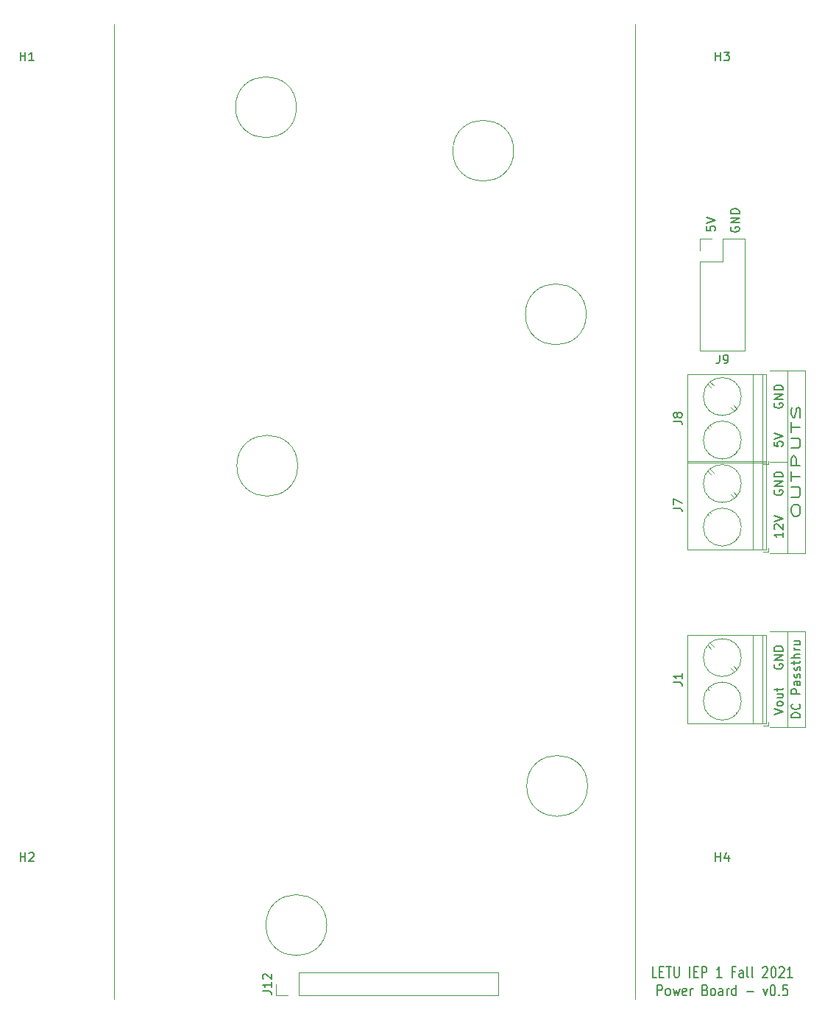
<source format=gto>
G04 #@! TF.GenerationSoftware,KiCad,Pcbnew,5.1.10*
G04 #@! TF.CreationDate,2021-07-21T04:13:33-05:00*
G04 #@! TF.ProjectId,Power Board,506f7765-7220-4426-9f61-72642e6b6963,rev?*
G04 #@! TF.SameCoordinates,Original*
G04 #@! TF.FileFunction,Legend,Top*
G04 #@! TF.FilePolarity,Positive*
%FSLAX46Y46*%
G04 Gerber Fmt 4.6, Leading zero omitted, Abs format (unit mm)*
G04 Created by KiCad (PCBNEW 5.1.10) date 2021-07-21 04:13:33*
%MOMM*%
%LPD*%
G01*
G04 APERTURE LIST*
%ADD10C,0.120000*%
%ADD11C,0.150000*%
%ADD12C,0.200000*%
%ADD13O,1.700000X1.700000*%
%ADD14R,1.700000X1.700000*%
%ADD15C,10.600000*%
%ADD16C,0.900000*%
%ADD17C,2.600000*%
%ADD18R,2.600000X2.600000*%
%ADD19O,2.000000X1.700000*%
%ADD20R,3.750000X3.750000*%
%ADD21C,5.500000*%
%ADD22C,2.000000*%
%ADD23O,1.950000X1.700000*%
G04 APERTURE END LIST*
D10*
X117000000Y-55750000D02*
X115000000Y-55750000D01*
X117000000Y-76750000D02*
X117000000Y-55750000D01*
X115000000Y-76750000D02*
X117000000Y-76750000D01*
X115000000Y-66250000D02*
X113000000Y-66250000D01*
X115000000Y-55750000D02*
X113000000Y-55750000D01*
X115000000Y-76750000D02*
X115000000Y-55750000D01*
X113000000Y-76750000D02*
X115000000Y-76750000D01*
D11*
X113452380Y-95273809D02*
X114452380Y-94940476D01*
X113452380Y-94607142D01*
X114452380Y-94130952D02*
X114404761Y-94226190D01*
X114357142Y-94273809D01*
X114261904Y-94321428D01*
X113976190Y-94321428D01*
X113880952Y-94273809D01*
X113833333Y-94226190D01*
X113785714Y-94130952D01*
X113785714Y-93988095D01*
X113833333Y-93892857D01*
X113880952Y-93845238D01*
X113976190Y-93797619D01*
X114261904Y-93797619D01*
X114357142Y-93845238D01*
X114404761Y-93892857D01*
X114452380Y-93988095D01*
X114452380Y-94130952D01*
X113785714Y-92940476D02*
X114452380Y-92940476D01*
X113785714Y-93369047D02*
X114309523Y-93369047D01*
X114404761Y-93321428D01*
X114452380Y-93226190D01*
X114452380Y-93083333D01*
X114404761Y-92988095D01*
X114357142Y-92940476D01*
X113785714Y-92607142D02*
X113785714Y-92226190D01*
X113452380Y-92464285D02*
X114309523Y-92464285D01*
X114404761Y-92416666D01*
X114452380Y-92321428D01*
X114452380Y-92226190D01*
X113500000Y-89511904D02*
X113452380Y-89607142D01*
X113452380Y-89750000D01*
X113500000Y-89892857D01*
X113595238Y-89988095D01*
X113690476Y-90035714D01*
X113880952Y-90083333D01*
X114023809Y-90083333D01*
X114214285Y-90035714D01*
X114309523Y-89988095D01*
X114404761Y-89892857D01*
X114452380Y-89750000D01*
X114452380Y-89654761D01*
X114404761Y-89511904D01*
X114357142Y-89464285D01*
X114023809Y-89464285D01*
X114023809Y-89654761D01*
X114452380Y-89035714D02*
X113452380Y-89035714D01*
X114452380Y-88464285D01*
X113452380Y-88464285D01*
X114452380Y-87988095D02*
X113452380Y-87988095D01*
X113452380Y-87750000D01*
X113500000Y-87607142D01*
X113595238Y-87511904D01*
X113690476Y-87464285D01*
X113880952Y-87416666D01*
X114023809Y-87416666D01*
X114214285Y-87464285D01*
X114309523Y-87511904D01*
X114404761Y-87607142D01*
X114452380Y-87750000D01*
X114452380Y-87988095D01*
X114452380Y-74369047D02*
X114452380Y-74940476D01*
X114452380Y-74654761D02*
X113452380Y-74654761D01*
X113595238Y-74750000D01*
X113690476Y-74845238D01*
X113738095Y-74940476D01*
X113547619Y-73988095D02*
X113500000Y-73940476D01*
X113452380Y-73845238D01*
X113452380Y-73607142D01*
X113500000Y-73511904D01*
X113547619Y-73464285D01*
X113642857Y-73416666D01*
X113738095Y-73416666D01*
X113880952Y-73464285D01*
X114452380Y-74035714D01*
X114452380Y-73416666D01*
X113452380Y-73130952D02*
X114452380Y-72797619D01*
X113452380Y-72464285D01*
X113500000Y-69511904D02*
X113452380Y-69607142D01*
X113452380Y-69750000D01*
X113500000Y-69892857D01*
X113595238Y-69988095D01*
X113690476Y-70035714D01*
X113880952Y-70083333D01*
X114023809Y-70083333D01*
X114214285Y-70035714D01*
X114309523Y-69988095D01*
X114404761Y-69892857D01*
X114452380Y-69750000D01*
X114452380Y-69654761D01*
X114404761Y-69511904D01*
X114357142Y-69464285D01*
X114023809Y-69464285D01*
X114023809Y-69654761D01*
X114452380Y-69035714D02*
X113452380Y-69035714D01*
X114452380Y-68464285D01*
X113452380Y-68464285D01*
X114452380Y-67988095D02*
X113452380Y-67988095D01*
X113452380Y-67750000D01*
X113500000Y-67607142D01*
X113595238Y-67511904D01*
X113690476Y-67464285D01*
X113880952Y-67416666D01*
X114023809Y-67416666D01*
X114214285Y-67464285D01*
X114309523Y-67511904D01*
X114404761Y-67607142D01*
X114452380Y-67750000D01*
X114452380Y-67988095D01*
X113500000Y-59511904D02*
X113452380Y-59607142D01*
X113452380Y-59750000D01*
X113500000Y-59892857D01*
X113595238Y-59988095D01*
X113690476Y-60035714D01*
X113880952Y-60083333D01*
X114023809Y-60083333D01*
X114214285Y-60035714D01*
X114309523Y-59988095D01*
X114404761Y-59892857D01*
X114452380Y-59750000D01*
X114452380Y-59654761D01*
X114404761Y-59511904D01*
X114357142Y-59464285D01*
X114023809Y-59464285D01*
X114023809Y-59654761D01*
X114452380Y-59035714D02*
X113452380Y-59035714D01*
X114452380Y-58464285D01*
X113452380Y-58464285D01*
X114452380Y-57988095D02*
X113452380Y-57988095D01*
X113452380Y-57750000D01*
X113500000Y-57607142D01*
X113595238Y-57511904D01*
X113690476Y-57464285D01*
X113880952Y-57416666D01*
X114023809Y-57416666D01*
X114214285Y-57464285D01*
X114309523Y-57511904D01*
X114404761Y-57607142D01*
X114452380Y-57750000D01*
X114452380Y-57988095D01*
X113452380Y-63940476D02*
X113452380Y-64416666D01*
X113928571Y-64464285D01*
X113880952Y-64416666D01*
X113833333Y-64321428D01*
X113833333Y-64083333D01*
X113880952Y-63988095D01*
X113928571Y-63940476D01*
X114023809Y-63892857D01*
X114261904Y-63892857D01*
X114357142Y-63940476D01*
X114404761Y-63988095D01*
X114452380Y-64083333D01*
X114452380Y-64321428D01*
X114404761Y-64416666D01*
X114357142Y-64464285D01*
X113452380Y-63607142D02*
X114452380Y-63273809D01*
X113452380Y-62940476D01*
X105702380Y-39190476D02*
X105702380Y-39666666D01*
X106178571Y-39714285D01*
X106130952Y-39666666D01*
X106083333Y-39571428D01*
X106083333Y-39333333D01*
X106130952Y-39238095D01*
X106178571Y-39190476D01*
X106273809Y-39142857D01*
X106511904Y-39142857D01*
X106607142Y-39190476D01*
X106654761Y-39238095D01*
X106702380Y-39333333D01*
X106702380Y-39571428D01*
X106654761Y-39666666D01*
X106607142Y-39714285D01*
X105702380Y-38857142D02*
X106702380Y-38523809D01*
X105702380Y-38190476D01*
X108500000Y-39261904D02*
X108452380Y-39357142D01*
X108452380Y-39500000D01*
X108500000Y-39642857D01*
X108595238Y-39738095D01*
X108690476Y-39785714D01*
X108880952Y-39833333D01*
X109023809Y-39833333D01*
X109214285Y-39785714D01*
X109309523Y-39738095D01*
X109404761Y-39642857D01*
X109452380Y-39500000D01*
X109452380Y-39404761D01*
X109404761Y-39261904D01*
X109357142Y-39214285D01*
X109023809Y-39214285D01*
X109023809Y-39404761D01*
X109452380Y-38785714D02*
X108452380Y-38785714D01*
X109452380Y-38214285D01*
X108452380Y-38214285D01*
X109452380Y-37738095D02*
X108452380Y-37738095D01*
X108452380Y-37500000D01*
X108500000Y-37357142D01*
X108595238Y-37261904D01*
X108690476Y-37214285D01*
X108880952Y-37166666D01*
X109023809Y-37166666D01*
X109214285Y-37214285D01*
X109309523Y-37261904D01*
X109404761Y-37357142D01*
X109452380Y-37500000D01*
X109452380Y-37738095D01*
D10*
X97500000Y-128000000D02*
X97500000Y-16000000D01*
X37500000Y-16000000D02*
X37500000Y-128000000D01*
D12*
X99952380Y-125527976D02*
X99476190Y-125527976D01*
X99476190Y-124277976D01*
X100285714Y-124873214D02*
X100619047Y-124873214D01*
X100761904Y-125527976D02*
X100285714Y-125527976D01*
X100285714Y-124277976D01*
X100761904Y-124277976D01*
X101047619Y-124277976D02*
X101619047Y-124277976D01*
X101333333Y-125527976D02*
X101333333Y-124277976D01*
X101952380Y-124277976D02*
X101952380Y-125289880D01*
X102000000Y-125408928D01*
X102047619Y-125468452D01*
X102142857Y-125527976D01*
X102333333Y-125527976D01*
X102428571Y-125468452D01*
X102476190Y-125408928D01*
X102523809Y-125289880D01*
X102523809Y-124277976D01*
X103761904Y-125527976D02*
X103761904Y-124277976D01*
X104238095Y-124873214D02*
X104571428Y-124873214D01*
X104714285Y-125527976D02*
X104238095Y-125527976D01*
X104238095Y-124277976D01*
X104714285Y-124277976D01*
X105142857Y-125527976D02*
X105142857Y-124277976D01*
X105523809Y-124277976D01*
X105619047Y-124337500D01*
X105666666Y-124397023D01*
X105714285Y-124516071D01*
X105714285Y-124694642D01*
X105666666Y-124813690D01*
X105619047Y-124873214D01*
X105523809Y-124932738D01*
X105142857Y-124932738D01*
X107428571Y-125527976D02*
X106857142Y-125527976D01*
X107142857Y-125527976D02*
X107142857Y-124277976D01*
X107047619Y-124456547D01*
X106952380Y-124575595D01*
X106857142Y-124635119D01*
X108952380Y-124873214D02*
X108619047Y-124873214D01*
X108619047Y-125527976D02*
X108619047Y-124277976D01*
X109095238Y-124277976D01*
X109904761Y-125527976D02*
X109904761Y-124873214D01*
X109857142Y-124754166D01*
X109761904Y-124694642D01*
X109571428Y-124694642D01*
X109476190Y-124754166D01*
X109904761Y-125468452D02*
X109809523Y-125527976D01*
X109571428Y-125527976D01*
X109476190Y-125468452D01*
X109428571Y-125349404D01*
X109428571Y-125230357D01*
X109476190Y-125111309D01*
X109571428Y-125051785D01*
X109809523Y-125051785D01*
X109904761Y-124992261D01*
X110523809Y-125527976D02*
X110428571Y-125468452D01*
X110380952Y-125349404D01*
X110380952Y-124277976D01*
X111047619Y-125527976D02*
X110952380Y-125468452D01*
X110904761Y-125349404D01*
X110904761Y-124277976D01*
X112142857Y-124397023D02*
X112190476Y-124337500D01*
X112285714Y-124277976D01*
X112523809Y-124277976D01*
X112619047Y-124337500D01*
X112666666Y-124397023D01*
X112714285Y-124516071D01*
X112714285Y-124635119D01*
X112666666Y-124813690D01*
X112095238Y-125527976D01*
X112714285Y-125527976D01*
X113333333Y-124277976D02*
X113428571Y-124277976D01*
X113523809Y-124337500D01*
X113571428Y-124397023D01*
X113619047Y-124516071D01*
X113666666Y-124754166D01*
X113666666Y-125051785D01*
X113619047Y-125289880D01*
X113571428Y-125408928D01*
X113523809Y-125468452D01*
X113428571Y-125527976D01*
X113333333Y-125527976D01*
X113238095Y-125468452D01*
X113190476Y-125408928D01*
X113142857Y-125289880D01*
X113095238Y-125051785D01*
X113095238Y-124754166D01*
X113142857Y-124516071D01*
X113190476Y-124397023D01*
X113238095Y-124337500D01*
X113333333Y-124277976D01*
X114047619Y-124397023D02*
X114095238Y-124337500D01*
X114190476Y-124277976D01*
X114428571Y-124277976D01*
X114523809Y-124337500D01*
X114571428Y-124397023D01*
X114619047Y-124516071D01*
X114619047Y-124635119D01*
X114571428Y-124813690D01*
X114000000Y-125527976D01*
X114619047Y-125527976D01*
X115571428Y-125527976D02*
X115000000Y-125527976D01*
X115285714Y-125527976D02*
X115285714Y-124277976D01*
X115190476Y-124456547D01*
X115095238Y-124575595D01*
X115000000Y-124635119D01*
X100023809Y-127602976D02*
X100023809Y-126352976D01*
X100404761Y-126352976D01*
X100500000Y-126412500D01*
X100547619Y-126472023D01*
X100595238Y-126591071D01*
X100595238Y-126769642D01*
X100547619Y-126888690D01*
X100500000Y-126948214D01*
X100404761Y-127007738D01*
X100023809Y-127007738D01*
X101166666Y-127602976D02*
X101071428Y-127543452D01*
X101023809Y-127483928D01*
X100976190Y-127364880D01*
X100976190Y-127007738D01*
X101023809Y-126888690D01*
X101071428Y-126829166D01*
X101166666Y-126769642D01*
X101309523Y-126769642D01*
X101404761Y-126829166D01*
X101452380Y-126888690D01*
X101500000Y-127007738D01*
X101500000Y-127364880D01*
X101452380Y-127483928D01*
X101404761Y-127543452D01*
X101309523Y-127602976D01*
X101166666Y-127602976D01*
X101833333Y-126769642D02*
X102023809Y-127602976D01*
X102214285Y-127007738D01*
X102404761Y-127602976D01*
X102595238Y-126769642D01*
X103357142Y-127543452D02*
X103261904Y-127602976D01*
X103071428Y-127602976D01*
X102976190Y-127543452D01*
X102928571Y-127424404D01*
X102928571Y-126948214D01*
X102976190Y-126829166D01*
X103071428Y-126769642D01*
X103261904Y-126769642D01*
X103357142Y-126829166D01*
X103404761Y-126948214D01*
X103404761Y-127067261D01*
X102928571Y-127186309D01*
X103833333Y-127602976D02*
X103833333Y-126769642D01*
X103833333Y-127007738D02*
X103880952Y-126888690D01*
X103928571Y-126829166D01*
X104023809Y-126769642D01*
X104119047Y-126769642D01*
X105547619Y-126948214D02*
X105690476Y-127007738D01*
X105738095Y-127067261D01*
X105785714Y-127186309D01*
X105785714Y-127364880D01*
X105738095Y-127483928D01*
X105690476Y-127543452D01*
X105595238Y-127602976D01*
X105214285Y-127602976D01*
X105214285Y-126352976D01*
X105547619Y-126352976D01*
X105642857Y-126412500D01*
X105690476Y-126472023D01*
X105738095Y-126591071D01*
X105738095Y-126710119D01*
X105690476Y-126829166D01*
X105642857Y-126888690D01*
X105547619Y-126948214D01*
X105214285Y-126948214D01*
X106357142Y-127602976D02*
X106261904Y-127543452D01*
X106214285Y-127483928D01*
X106166666Y-127364880D01*
X106166666Y-127007738D01*
X106214285Y-126888690D01*
X106261904Y-126829166D01*
X106357142Y-126769642D01*
X106500000Y-126769642D01*
X106595238Y-126829166D01*
X106642857Y-126888690D01*
X106690476Y-127007738D01*
X106690476Y-127364880D01*
X106642857Y-127483928D01*
X106595238Y-127543452D01*
X106500000Y-127602976D01*
X106357142Y-127602976D01*
X107547619Y-127602976D02*
X107547619Y-126948214D01*
X107500000Y-126829166D01*
X107404761Y-126769642D01*
X107214285Y-126769642D01*
X107119047Y-126829166D01*
X107547619Y-127543452D02*
X107452380Y-127602976D01*
X107214285Y-127602976D01*
X107119047Y-127543452D01*
X107071428Y-127424404D01*
X107071428Y-127305357D01*
X107119047Y-127186309D01*
X107214285Y-127126785D01*
X107452380Y-127126785D01*
X107547619Y-127067261D01*
X108023809Y-127602976D02*
X108023809Y-126769642D01*
X108023809Y-127007738D02*
X108071428Y-126888690D01*
X108119047Y-126829166D01*
X108214285Y-126769642D01*
X108309523Y-126769642D01*
X109071428Y-127602976D02*
X109071428Y-126352976D01*
X109071428Y-127543452D02*
X108976190Y-127602976D01*
X108785714Y-127602976D01*
X108690476Y-127543452D01*
X108642857Y-127483928D01*
X108595238Y-127364880D01*
X108595238Y-127007738D01*
X108642857Y-126888690D01*
X108690476Y-126829166D01*
X108785714Y-126769642D01*
X108976190Y-126769642D01*
X109071428Y-126829166D01*
X110309523Y-127126785D02*
X111071428Y-127126785D01*
X112214285Y-126769642D02*
X112452380Y-127602976D01*
X112690476Y-126769642D01*
X113261904Y-126352976D02*
X113357142Y-126352976D01*
X113452380Y-126412500D01*
X113500000Y-126472023D01*
X113547619Y-126591071D01*
X113595238Y-126829166D01*
X113595238Y-127126785D01*
X113547619Y-127364880D01*
X113500000Y-127483928D01*
X113452380Y-127543452D01*
X113357142Y-127602976D01*
X113261904Y-127602976D01*
X113166666Y-127543452D01*
X113119047Y-127483928D01*
X113071428Y-127364880D01*
X113023809Y-127126785D01*
X113023809Y-126829166D01*
X113071428Y-126591071D01*
X113119047Y-126472023D01*
X113166666Y-126412500D01*
X113261904Y-126352976D01*
X114023809Y-127483928D02*
X114071428Y-127543452D01*
X114023809Y-127602976D01*
X113976190Y-127543452D01*
X114023809Y-127483928D01*
X114023809Y-127602976D01*
X114976190Y-126352976D02*
X114500000Y-126352976D01*
X114452380Y-126948214D01*
X114500000Y-126888690D01*
X114595238Y-126829166D01*
X114833333Y-126829166D01*
X114928571Y-126888690D01*
X114976190Y-126948214D01*
X115023809Y-127067261D01*
X115023809Y-127364880D01*
X114976190Y-127483928D01*
X114928571Y-127543452D01*
X114833333Y-127602976D01*
X114595238Y-127602976D01*
X114500000Y-127543452D01*
X114452380Y-127483928D01*
D11*
X116452380Y-95654761D02*
X115452380Y-95654761D01*
X115452380Y-95416666D01*
X115500000Y-95273809D01*
X115595238Y-95178571D01*
X115690476Y-95130952D01*
X115880952Y-95083333D01*
X116023809Y-95083333D01*
X116214285Y-95130952D01*
X116309523Y-95178571D01*
X116404761Y-95273809D01*
X116452380Y-95416666D01*
X116452380Y-95654761D01*
X116357142Y-94083333D02*
X116404761Y-94130952D01*
X116452380Y-94273809D01*
X116452380Y-94369047D01*
X116404761Y-94511904D01*
X116309523Y-94607142D01*
X116214285Y-94654761D01*
X116023809Y-94702380D01*
X115880952Y-94702380D01*
X115690476Y-94654761D01*
X115595238Y-94607142D01*
X115500000Y-94511904D01*
X115452380Y-94369047D01*
X115452380Y-94273809D01*
X115500000Y-94130952D01*
X115547619Y-94083333D01*
X116452380Y-92892857D02*
X115452380Y-92892857D01*
X115452380Y-92511904D01*
X115500000Y-92416666D01*
X115547619Y-92369047D01*
X115642857Y-92321428D01*
X115785714Y-92321428D01*
X115880952Y-92369047D01*
X115928571Y-92416666D01*
X115976190Y-92511904D01*
X115976190Y-92892857D01*
X116452380Y-91464285D02*
X115928571Y-91464285D01*
X115833333Y-91511904D01*
X115785714Y-91607142D01*
X115785714Y-91797619D01*
X115833333Y-91892857D01*
X116404761Y-91464285D02*
X116452380Y-91559523D01*
X116452380Y-91797619D01*
X116404761Y-91892857D01*
X116309523Y-91940476D01*
X116214285Y-91940476D01*
X116119047Y-91892857D01*
X116071428Y-91797619D01*
X116071428Y-91559523D01*
X116023809Y-91464285D01*
X116404761Y-91035714D02*
X116452380Y-90940476D01*
X116452380Y-90750000D01*
X116404761Y-90654761D01*
X116309523Y-90607142D01*
X116261904Y-90607142D01*
X116166666Y-90654761D01*
X116119047Y-90750000D01*
X116119047Y-90892857D01*
X116071428Y-90988095D01*
X115976190Y-91035714D01*
X115928571Y-91035714D01*
X115833333Y-90988095D01*
X115785714Y-90892857D01*
X115785714Y-90750000D01*
X115833333Y-90654761D01*
X116404761Y-90226190D02*
X116452380Y-90130952D01*
X116452380Y-89940476D01*
X116404761Y-89845238D01*
X116309523Y-89797619D01*
X116261904Y-89797619D01*
X116166666Y-89845238D01*
X116119047Y-89940476D01*
X116119047Y-90083333D01*
X116071428Y-90178571D01*
X115976190Y-90226190D01*
X115928571Y-90226190D01*
X115833333Y-90178571D01*
X115785714Y-90083333D01*
X115785714Y-89940476D01*
X115833333Y-89845238D01*
X115785714Y-89511904D02*
X115785714Y-89130952D01*
X115452380Y-89369047D02*
X116309523Y-89369047D01*
X116404761Y-89321428D01*
X116452380Y-89226190D01*
X116452380Y-89130952D01*
X116452380Y-88797619D02*
X115452380Y-88797619D01*
X116452380Y-88369047D02*
X115928571Y-88369047D01*
X115833333Y-88416666D01*
X115785714Y-88511904D01*
X115785714Y-88654761D01*
X115833333Y-88750000D01*
X115880952Y-88797619D01*
X116452380Y-87892857D02*
X115785714Y-87892857D01*
X115976190Y-87892857D02*
X115880952Y-87845238D01*
X115833333Y-87797619D01*
X115785714Y-87702380D01*
X115785714Y-87607142D01*
X115785714Y-86845238D02*
X116452380Y-86845238D01*
X115785714Y-87273809D02*
X116309523Y-87273809D01*
X116404761Y-87226190D01*
X116452380Y-87130952D01*
X116452380Y-86988095D01*
X116404761Y-86892857D01*
X116357142Y-86845238D01*
D10*
X117000000Y-96750000D02*
X115000000Y-96750000D01*
X117000000Y-85750000D02*
X117000000Y-96750000D01*
X115000000Y-85750000D02*
X117000000Y-85750000D01*
X115000000Y-96750000D02*
X113000000Y-96750000D01*
X115000000Y-85750000D02*
X115000000Y-96750000D01*
X113000000Y-85750000D02*
X115000000Y-85750000D01*
D11*
X115452380Y-72011904D02*
X115452380Y-71630952D01*
X115500000Y-71440476D01*
X115595238Y-71250000D01*
X115785714Y-71154761D01*
X116119047Y-71154761D01*
X116309523Y-71250000D01*
X116404761Y-71440476D01*
X116452380Y-71630952D01*
X116452380Y-72011904D01*
X116404761Y-72202380D01*
X116309523Y-72392857D01*
X116119047Y-72488095D01*
X115785714Y-72488095D01*
X115595238Y-72392857D01*
X115500000Y-72202380D01*
X115452380Y-72011904D01*
X115452380Y-70297619D02*
X116261904Y-70297619D01*
X116357142Y-70202380D01*
X116404761Y-70107142D01*
X116452380Y-69916666D01*
X116452380Y-69535714D01*
X116404761Y-69345238D01*
X116357142Y-69250000D01*
X116261904Y-69154761D01*
X115452380Y-69154761D01*
X115452380Y-68488095D02*
X115452380Y-67345238D01*
X116452380Y-67916666D02*
X115452380Y-67916666D01*
X116452380Y-66678571D02*
X115452380Y-66678571D01*
X115452380Y-65916666D01*
X115500000Y-65726190D01*
X115547619Y-65630952D01*
X115642857Y-65535714D01*
X115785714Y-65535714D01*
X115880952Y-65630952D01*
X115928571Y-65726190D01*
X115976190Y-65916666D01*
X115976190Y-66678571D01*
X115452380Y-64678571D02*
X116261904Y-64678571D01*
X116357142Y-64583333D01*
X116404761Y-64488095D01*
X116452380Y-64297619D01*
X116452380Y-63916666D01*
X116404761Y-63726190D01*
X116357142Y-63630952D01*
X116261904Y-63535714D01*
X115452380Y-63535714D01*
X115452380Y-62869047D02*
X115452380Y-61726190D01*
X116452380Y-62297619D02*
X115452380Y-62297619D01*
X116404761Y-61154761D02*
X116452380Y-60869047D01*
X116452380Y-60392857D01*
X116404761Y-60202380D01*
X116357142Y-60107142D01*
X116261904Y-60011904D01*
X116166666Y-60011904D01*
X116071428Y-60107142D01*
X116023809Y-60202380D01*
X115976190Y-60392857D01*
X115928571Y-60773809D01*
X115880952Y-60964285D01*
X115833333Y-61059523D01*
X115738095Y-61154761D01*
X115642857Y-61154761D01*
X115547619Y-61059523D01*
X115500000Y-60964285D01*
X115452380Y-60773809D01*
X115452380Y-60297619D01*
X115500000Y-60011904D01*
D10*
X104920000Y-53450000D02*
X110120000Y-53450000D01*
X104920000Y-43230000D02*
X104920000Y-53450000D01*
X110120000Y-40630000D02*
X110120000Y-53450000D01*
X104920000Y-43230000D02*
X107520000Y-43230000D01*
X107520000Y-43230000D02*
X107520000Y-40630000D01*
X107520000Y-40630000D02*
X110120000Y-40630000D01*
X104920000Y-41960000D02*
X104920000Y-40630000D01*
X104920000Y-40630000D02*
X106250000Y-40630000D01*
X109680000Y-63750000D02*
G75*
G03*
X109680000Y-63750000I-2180000J0D01*
G01*
X109680000Y-58750000D02*
G75*
G03*
X109680000Y-58750000I-2180000J0D01*
G01*
X112100000Y-66310000D02*
X112100000Y-56190000D01*
X111000000Y-66310000D02*
X111000000Y-56190000D01*
X103440000Y-66310000D02*
X103440000Y-56190000D01*
X112560000Y-66310000D02*
X112560000Y-56190000D01*
X103440000Y-66310000D02*
X112560000Y-66310000D01*
X103440000Y-56190000D02*
X112560000Y-56190000D01*
X106112000Y-62096000D02*
X106219000Y-62203000D01*
X109047000Y-65032000D02*
X109154000Y-65138000D01*
X105846000Y-62362000D02*
X105953000Y-62469000D01*
X108781000Y-65298000D02*
X108888000Y-65404000D01*
X106112000Y-57096000D02*
X106508000Y-57491000D01*
X108774000Y-59757000D02*
X109154000Y-60137000D01*
X105846000Y-57362000D02*
X106226000Y-57742000D01*
X108492000Y-60008000D02*
X108888000Y-60403000D01*
X112160000Y-66550000D02*
X112800000Y-66550000D01*
X112800000Y-66550000D02*
X112800000Y-66150000D01*
X56170000Y-127580000D02*
X56170000Y-126250000D01*
X57500000Y-127580000D02*
X56170000Y-127580000D01*
X58770000Y-127580000D02*
X58770000Y-124920000D01*
X58770000Y-124920000D02*
X81690000Y-124920000D01*
X58770000Y-127580000D02*
X81690000Y-127580000D01*
X81690000Y-127580000D02*
X81690000Y-124920000D01*
X58650000Y-66700000D02*
G75*
G03*
X58650000Y-66700000I-3500000J0D01*
G01*
X91850000Y-49300000D02*
G75*
G03*
X91850000Y-49300000I-3500000J0D01*
G01*
X109680000Y-93750000D02*
G75*
G03*
X109680000Y-93750000I-2180000J0D01*
G01*
X109680000Y-88750000D02*
G75*
G03*
X109680000Y-88750000I-2180000J0D01*
G01*
X112100000Y-96310000D02*
X112100000Y-86190000D01*
X111000000Y-96310000D02*
X111000000Y-86190000D01*
X103440000Y-96310000D02*
X103440000Y-86190000D01*
X112560000Y-96310000D02*
X112560000Y-86190000D01*
X103440000Y-96310000D02*
X112560000Y-96310000D01*
X103440000Y-86190000D02*
X112560000Y-86190000D01*
X106112000Y-92096000D02*
X106219000Y-92203000D01*
X109047000Y-95032000D02*
X109154000Y-95138000D01*
X105846000Y-92362000D02*
X105953000Y-92469000D01*
X108781000Y-95298000D02*
X108888000Y-95404000D01*
X106112000Y-87096000D02*
X106508000Y-87491000D01*
X108774000Y-89757000D02*
X109154000Y-90137000D01*
X105846000Y-87362000D02*
X106226000Y-87742000D01*
X108492000Y-90008000D02*
X108888000Y-90403000D01*
X112160000Y-96550000D02*
X112800000Y-96550000D01*
X112800000Y-96550000D02*
X112800000Y-96150000D01*
X58500000Y-25500000D02*
G75*
G03*
X58500000Y-25500000I-3500000J0D01*
G01*
X83500000Y-30500000D02*
G75*
G03*
X83500000Y-30500000I-3500000J0D01*
G01*
X109680000Y-73750000D02*
G75*
G03*
X109680000Y-73750000I-2180000J0D01*
G01*
X109680000Y-68750000D02*
G75*
G03*
X109680000Y-68750000I-2180000J0D01*
G01*
X112100000Y-76310000D02*
X112100000Y-66190000D01*
X111000000Y-76310000D02*
X111000000Y-66190000D01*
X103440000Y-76310000D02*
X103440000Y-66190000D01*
X112560000Y-76310000D02*
X112560000Y-66190000D01*
X103440000Y-76310000D02*
X112560000Y-76310000D01*
X103440000Y-66190000D02*
X112560000Y-66190000D01*
X106112000Y-72096000D02*
X106219000Y-72203000D01*
X109047000Y-75032000D02*
X109154000Y-75138000D01*
X105846000Y-72362000D02*
X105953000Y-72469000D01*
X108781000Y-75298000D02*
X108888000Y-75404000D01*
X106112000Y-67096000D02*
X106508000Y-67491000D01*
X108774000Y-69757000D02*
X109154000Y-70137000D01*
X105846000Y-67362000D02*
X106226000Y-67742000D01*
X108492000Y-70008000D02*
X108888000Y-70403000D01*
X112160000Y-76550000D02*
X112800000Y-76550000D01*
X112800000Y-76550000D02*
X112800000Y-76150000D01*
X92000000Y-103500000D02*
G75*
G03*
X92000000Y-103500000I-3500000J0D01*
G01*
X62000000Y-119500000D02*
G75*
G03*
X62000000Y-119500000I-3500000J0D01*
G01*
D11*
X107166666Y-53952380D02*
X107166666Y-54666666D01*
X107119047Y-54809523D01*
X107023809Y-54904761D01*
X106880952Y-54952380D01*
X106785714Y-54952380D01*
X107690476Y-54952380D02*
X107880952Y-54952380D01*
X107976190Y-54904761D01*
X108023809Y-54857142D01*
X108119047Y-54714285D01*
X108166666Y-54523809D01*
X108166666Y-54142857D01*
X108119047Y-54047619D01*
X108071428Y-54000000D01*
X107976190Y-53952380D01*
X107785714Y-53952380D01*
X107690476Y-54000000D01*
X107642857Y-54047619D01*
X107595238Y-54142857D01*
X107595238Y-54380952D01*
X107642857Y-54476190D01*
X107690476Y-54523809D01*
X107785714Y-54571428D01*
X107976190Y-54571428D01*
X108071428Y-54523809D01*
X108119047Y-54476190D01*
X108166666Y-54380952D01*
X106738095Y-20152380D02*
X106738095Y-19152380D01*
X106738095Y-19628571D02*
X107309523Y-19628571D01*
X107309523Y-20152380D02*
X107309523Y-19152380D01*
X107690476Y-19152380D02*
X108309523Y-19152380D01*
X107976190Y-19533333D01*
X108119047Y-19533333D01*
X108214285Y-19580952D01*
X108261904Y-19628571D01*
X108309523Y-19723809D01*
X108309523Y-19961904D01*
X108261904Y-20057142D01*
X108214285Y-20104761D01*
X108119047Y-20152380D01*
X107833333Y-20152380D01*
X107738095Y-20104761D01*
X107690476Y-20057142D01*
X101892380Y-61583333D02*
X102606666Y-61583333D01*
X102749523Y-61630952D01*
X102844761Y-61726190D01*
X102892380Y-61869047D01*
X102892380Y-61964285D01*
X102320952Y-60964285D02*
X102273333Y-61059523D01*
X102225714Y-61107142D01*
X102130476Y-61154761D01*
X102082857Y-61154761D01*
X101987619Y-61107142D01*
X101940000Y-61059523D01*
X101892380Y-60964285D01*
X101892380Y-60773809D01*
X101940000Y-60678571D01*
X101987619Y-60630952D01*
X102082857Y-60583333D01*
X102130476Y-60583333D01*
X102225714Y-60630952D01*
X102273333Y-60678571D01*
X102320952Y-60773809D01*
X102320952Y-60964285D01*
X102368571Y-61059523D01*
X102416190Y-61107142D01*
X102511428Y-61154761D01*
X102701904Y-61154761D01*
X102797142Y-61107142D01*
X102844761Y-61059523D01*
X102892380Y-60964285D01*
X102892380Y-60773809D01*
X102844761Y-60678571D01*
X102797142Y-60630952D01*
X102701904Y-60583333D01*
X102511428Y-60583333D01*
X102416190Y-60630952D01*
X102368571Y-60678571D01*
X102320952Y-60773809D01*
X106738095Y-112152380D02*
X106738095Y-111152380D01*
X106738095Y-111628571D02*
X107309523Y-111628571D01*
X107309523Y-112152380D02*
X107309523Y-111152380D01*
X108214285Y-111485714D02*
X108214285Y-112152380D01*
X107976190Y-111104761D02*
X107738095Y-111819047D01*
X108357142Y-111819047D01*
X54622380Y-127059523D02*
X55336666Y-127059523D01*
X55479523Y-127107142D01*
X55574761Y-127202380D01*
X55622380Y-127345238D01*
X55622380Y-127440476D01*
X55622380Y-126059523D02*
X55622380Y-126630952D01*
X55622380Y-126345238D02*
X54622380Y-126345238D01*
X54765238Y-126440476D01*
X54860476Y-126535714D01*
X54908095Y-126630952D01*
X54717619Y-125678571D02*
X54670000Y-125630952D01*
X54622380Y-125535714D01*
X54622380Y-125297619D01*
X54670000Y-125202380D01*
X54717619Y-125154761D01*
X54812857Y-125107142D01*
X54908095Y-125107142D01*
X55050952Y-125154761D01*
X55622380Y-125726190D01*
X55622380Y-125107142D01*
X26738095Y-20152380D02*
X26738095Y-19152380D01*
X26738095Y-19628571D02*
X27309523Y-19628571D01*
X27309523Y-20152380D02*
X27309523Y-19152380D01*
X28309523Y-20152380D02*
X27738095Y-20152380D01*
X28023809Y-20152380D02*
X28023809Y-19152380D01*
X27928571Y-19295238D01*
X27833333Y-19390476D01*
X27738095Y-19438095D01*
X26738095Y-112152380D02*
X26738095Y-111152380D01*
X26738095Y-111628571D02*
X27309523Y-111628571D01*
X27309523Y-112152380D02*
X27309523Y-111152380D01*
X27738095Y-111247619D02*
X27785714Y-111200000D01*
X27880952Y-111152380D01*
X28119047Y-111152380D01*
X28214285Y-111200000D01*
X28261904Y-111247619D01*
X28309523Y-111342857D01*
X28309523Y-111438095D01*
X28261904Y-111580952D01*
X27690476Y-112152380D01*
X28309523Y-112152380D01*
X101892380Y-91583333D02*
X102606666Y-91583333D01*
X102749523Y-91630952D01*
X102844761Y-91726190D01*
X102892380Y-91869047D01*
X102892380Y-91964285D01*
X102892380Y-90583333D02*
X102892380Y-91154761D01*
X102892380Y-90869047D02*
X101892380Y-90869047D01*
X102035238Y-90964285D01*
X102130476Y-91059523D01*
X102178095Y-91154761D01*
X101892380Y-71583333D02*
X102606666Y-71583333D01*
X102749523Y-71630952D01*
X102844761Y-71726190D01*
X102892380Y-71869047D01*
X102892380Y-71964285D01*
X101892380Y-71202380D02*
X101892380Y-70535714D01*
X102892380Y-70964285D01*
%LPC*%
D13*
X108790000Y-52120000D03*
X106250000Y-52120000D03*
X108790000Y-49580000D03*
X106250000Y-49580000D03*
X108790000Y-47040000D03*
X106250000Y-47040000D03*
X108790000Y-44500000D03*
X106250000Y-44500000D03*
X108790000Y-41960000D03*
D14*
X106250000Y-41960000D03*
D15*
X107500000Y-26000000D03*
D16*
X111475000Y-26000000D03*
X110310749Y-28810749D03*
X107500000Y-29975000D03*
X104689251Y-28810749D03*
X103525000Y-26000000D03*
X104689251Y-23189251D03*
X107500000Y-22025000D03*
X110310749Y-23189251D03*
D17*
X107500000Y-58750000D03*
D18*
X107500000Y-63750000D03*
D15*
X107500000Y-118000000D03*
D16*
X111475000Y-118000000D03*
X110310749Y-120810749D03*
X107500000Y-121975000D03*
X104689251Y-120810749D03*
X103525000Y-118000000D03*
X104689251Y-115189251D03*
X107500000Y-114025000D03*
X110310749Y-115189251D03*
D19*
X42750000Y-67250000D03*
G36*
G01*
X42000000Y-63900000D02*
X43500000Y-63900000D01*
G75*
G02*
X43750000Y-64150000I0J-250000D01*
G01*
X43750000Y-65350000D01*
G75*
G02*
X43500000Y-65600000I-250000J0D01*
G01*
X42000000Y-65600000D01*
G75*
G02*
X41750000Y-65350000I0J250000D01*
G01*
X41750000Y-64150000D01*
G75*
G02*
X42000000Y-63900000I250000J0D01*
G01*
G37*
D13*
X80360000Y-126250000D03*
X77820000Y-126250000D03*
X75280000Y-126250000D03*
X72740000Y-126250000D03*
X70200000Y-126250000D03*
X67660000Y-126250000D03*
X65120000Y-126250000D03*
X62580000Y-126250000D03*
X60040000Y-126250000D03*
D14*
X57500000Y-126250000D03*
D20*
X93850000Y-48500000D03*
X93850000Y-67500000D03*
X49650000Y-48500000D03*
X49650000Y-67500000D03*
D21*
X55150000Y-66750000D03*
X88350000Y-49250000D03*
D22*
X94750000Y-63200000D03*
D15*
X27500000Y-26000000D03*
D16*
X31475000Y-26000000D03*
X30310749Y-28810749D03*
X27500000Y-29975000D03*
X24689251Y-28810749D03*
X23525000Y-26000000D03*
X24689251Y-23189251D03*
X27500000Y-22025000D03*
X30310749Y-23189251D03*
D15*
X27500000Y-118000000D03*
D16*
X31475000Y-118000000D03*
X30310749Y-120810749D03*
X27500000Y-121975000D03*
X24689251Y-120810749D03*
X23525000Y-118000000D03*
X24689251Y-115189251D03*
X27500000Y-114025000D03*
X30310749Y-115189251D03*
D17*
X107500000Y-88750000D03*
D18*
X107500000Y-93750000D03*
D17*
X41750000Y-81900000D03*
D18*
X46750000Y-81900000D03*
D21*
X80000000Y-30500000D03*
X55000000Y-25500000D03*
D20*
X91250000Y-41500000D03*
X91250000Y-19500000D03*
X43750000Y-41500000D03*
X43750000Y-19500000D03*
D17*
X107500000Y-68750000D03*
D18*
X107500000Y-73750000D03*
D20*
X53000000Y-120750000D03*
X53000000Y-102250000D03*
X94000000Y-120750000D03*
X94000000Y-102250000D03*
D21*
X88500000Y-103500000D03*
X58500000Y-119500000D03*
D23*
X42750000Y-55750000D03*
X42750000Y-53250000D03*
G36*
G01*
X42025000Y-49900000D02*
X43475000Y-49900000D01*
G75*
G02*
X43725000Y-50150000I0J-250000D01*
G01*
X43725000Y-51350000D01*
G75*
G02*
X43475000Y-51600000I-250000J0D01*
G01*
X42025000Y-51600000D01*
G75*
G02*
X41775000Y-51350000I0J250000D01*
G01*
X41775000Y-50150000D01*
G75*
G02*
X42025000Y-49900000I250000J0D01*
G01*
G37*
M02*

</source>
